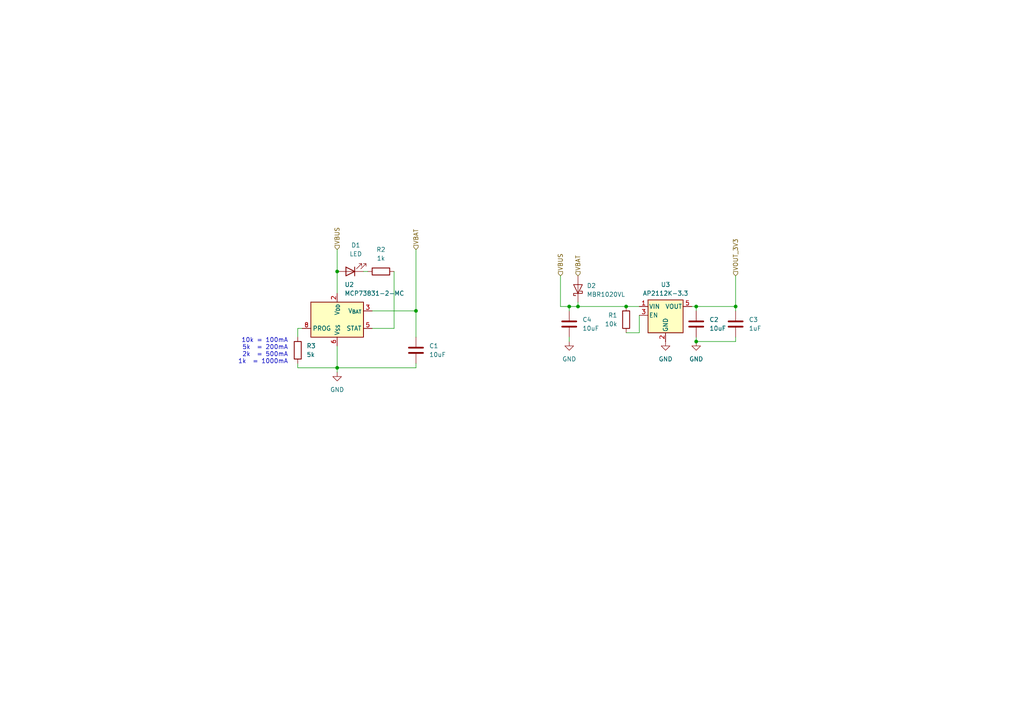
<source format=kicad_sch>
(kicad_sch (version 20250114) (generator "eeschema") (generator_version "9.0")
  (paper "A4")
  (lib_symbols
    (symbol "Battery_Management:MCP73831-2-MC"
      (property "Reference" "U" (at -7.62 6.35 0))
      (property "Value" "MCP73831-2-MC" (at 1.27 6.35 0))
      (symbol "MCP73831-2-MC_0_1"
        (rectangle (start -7.62 5.08) (end 7.62 -5.08) (stroke (width 0.254)) (fill (type background)))
      )
      (symbol "MCP73831-2-MC_1_1"
        (pin input line (at -10.16 -2.54 0) (length 2.54) (name "PROG") (number "8"))
        (pin no_connect line (at -7.62 2.54 0) (length 2.54) (hide yes) (name "NC") (number "7"))
        (pin passive line (at 0 7.62 270) (length 2.54) (hide yes) (name "V_{DD}") (number "1"))
        (pin power_in line (at 0 7.62 270) (length 2.54) (name "V_{DD}") (number "2"))
        (pin power_in line (at 0 -7.62 90) (length 2.54) (name "V_{SS}") (number "6"))
        (pin power_out line (at 10.16 2.54 180) (length 2.54) (name "V_{BAT}") (number "3"))
        (pin passive line (at 10.16 2.54 180) (length 2.54) (hide yes) (name "V_{BAT}") (number "4"))
        (pin tri_state line (at 10.16 -2.54 180) (length 2.54) (name "STAT") (number "5"))
      )
    )
    (symbol "Device:C" (pin_numbers (hide yes)) (pin_names (offset 0.254))
      (property "Reference" "C" (at 0.635 2.54 0))
      (property "Value" "C" (at 0.635 -2.54 0))
      (symbol "C_0_1"
        (polyline (pts (xy -2.032 0.762) (xy 2.032 0.762)) (stroke (width 0.508)))
        (polyline (pts (xy -2.032 -0.762) (xy 2.032 -0.762)) (stroke (width 0.508)))
      )
      (symbol "C_1_1"
        (pin passive line (at 0 3.81 270) (length 2.794) (name "~") (number "1"))
        (pin passive line (at 0 -3.81 90) (length 2.794) (name "~") (number "2"))
      )
    )
    (symbol "Device:LED" (pin_numbers (hide yes)) (pin_names (offset 1.016) (hide yes))
      (property "Reference" "D" (at 0 2.54 0))
      (property "Value" "LED" (at 0 -2.54 0))
      (symbol "LED_0_1"
        (polyline (pts (xy -3.048 -0.762) (xy -4.572 -2.286) (xy -3.81 -2.286) (xy -4.572 -2.286) (xy -4.572 -1.524)))
        (polyline (pts (xy -1.778 -0.762) (xy -3.302 -2.286) (xy -2.54 -2.286) (xy -3.302 -2.286) (xy -3.302 -1.524)))
        (polyline (pts (xy -1.27 0) (xy 1.27 0)))
        (polyline (pts (xy -1.27 -1.27) (xy -1.27 1.27)) (stroke (width 0.254)))
        (polyline (pts (xy 1.27 -1.27) (xy 1.27 1.27) (xy -1.27 0) (xy 1.27 -1.27)) (stroke (width 0.254)))
      )
      (symbol "LED_1_1"
        (pin passive line (at -3.81 0 0) (length 2.54) (name "K") (number "1"))
        (pin passive line (at 3.81 0 180) (length 2.54) (name "A") (number "2"))
      )
    )
    (symbol "Device:R" (pin_numbers (hide yes)) (pin_names (offset 0))
      (property "Reference" "R" (at 2.032 0 90))
      (property "Value" "R" (at 0 0 90))
      (symbol "R_0_1"
        (rectangle (start -1.016 -2.54) (end 1.016 2.54) (stroke (width 0.254)))
      )
      (symbol "R_1_1"
        (pin passive line (at 0 3.81 270) (length 1.27) (name "~") (number "1"))
        (pin passive line (at 0 -3.81 90) (length 1.27) (name "~") (number "2"))
      )
    )
    (symbol "Diode:MBR1020VL" (pin_numbers (hide yes)) (pin_names (hide yes))
      (property "Reference" "D" (at 0 2.54 0))
      (property "Value" "MBR1020VL" (at 0 -2.54 0))
      (symbol "MBR1020VL_0_1"
        (polyline (pts (xy -1.905 0.635) (xy -1.905 1.27) (xy -1.27 1.27) (xy -1.27 -1.27) (xy -0.635 -1.27) (xy -0.635 -0.635)) (stroke (width 0.2032)))
        (polyline (pts (xy 1.27 1.27) (xy 1.27 -1.27) (xy -1.27 0) (xy 1.27 1.27)) (stroke (width 0.2032)))
        (polyline (pts (xy 1.27 0) (xy -1.27 0)))
      )
      (symbol "MBR1020VL_1_1"
        (pin passive line (at -3.81 0 0) (length 2.54) (name "K") (number "1"))
        (pin passive line (at 3.81 0 180) (length 2.54) (name "A") (number "2"))
      )
    )
    (symbol "Regulator_Linear:AP2112K-3.3" (pin_names (offset 0.254))
      (property "Reference" "U" (at -5.08 5.715 0))
      (property "Value" "AP2112K-3.3" (at 0 5.715 0))
      (symbol "AP2112K-3.3_0_1"
        (rectangle (start -5.08 4.445) (end 5.08 -5.08) (stroke (width 0.254)) (fill (type background)))
      )
      (symbol "AP2112K-3.3_1_1"
        (pin power_in line (at -7.62 2.54 0) (length 2.54) (name "VIN") (number "1"))
        (pin input line (at -7.62 0 0) (length 2.54) (name "EN") (number "3"))
        (pin power_in line (at 0 -7.62 90) (length 2.54) (name "GND") (number "2"))
        (pin no_connect line (at 5.08 0 180) (length 2.54) (hide yes) (name "NC") (number "4"))
        (pin power_out line (at 7.62 2.54 180) (length 2.54) (name "VOUT") (number "5"))
      )
    )
    (symbol "power:GND" (power) (pin_numbers (hide yes)) (pin_names (offset 0) (hide yes))
      (property "Value" "GND" (at 0 -3.81 0))
      (symbol "GND_0_1"
        (polyline (pts (xy 0 0) (xy 0 -1.27) (xy 1.27 -1.27) (xy 0 -2.54) (xy -1.27 -1.27) (xy 0 -1.27)))
      )
      (symbol "GND_1_1"
        (pin power_in line (at 0 0 270) (length 0) (name "~") (number "1"))
      )
    )
  )
  (text "10k = 100mA\n5k  = 200mA\n2k  = 500mA\n1k  = 1000mA" (at 83.566 101.854 0) (effects (font (size 1.27 1.27)) (justify right)))
  (junction (at 201.93 88.9))
  (junction (at 97.79 78.74))
  (junction (at 181.61 88.9))
  (junction (at 165.1 88.9))
  (junction (at 97.79 106.68))
  (junction (at 167.64 88.9))
  (junction (at 120.65 90.17))
  (junction (at 201.93 99.06))
  (junction (at 213.36 88.9))
  (wire (pts (xy 185.42 96.52) (xy 181.61 96.52)))
  (wire (pts (xy 97.79 78.74) (xy 97.79 85.09)))
  (wire (pts (xy 97.79 106.68) (xy 86.36 106.68)))
  (wire (pts (xy 167.64 88.9) (xy 181.61 88.9)))
  (wire (pts (xy 185.42 91.44) (xy 185.42 96.52)))
  (wire (pts (xy 213.36 90.17) (xy 213.36 88.9)))
  (wire (pts (xy 201.93 88.9) (xy 213.36 88.9)))
  (wire (pts (xy 114.3 78.74) (xy 114.3 95.25)))
  (wire (pts (xy 107.95 90.17) (xy 120.65 90.17)))
  (wire (pts (xy 97.79 72.39) (xy 97.79 78.74)))
  (wire (pts (xy 120.65 97.79) (xy 120.65 90.17)))
  (wire (pts (xy 97.79 106.68) (xy 97.79 107.95)))
  (wire (pts (xy 181.61 88.9) (xy 185.42 88.9)))
  (wire (pts (xy 167.64 87.63) (xy 167.64 88.9)))
  (wire (pts (xy 201.93 99.06) (xy 213.36 99.06)))
  (wire (pts (xy 165.1 88.9) (xy 167.64 88.9)))
  (wire (pts (xy 106.68 78.74) (xy 105.41 78.74)))
  (wire (pts (xy 120.65 72.39) (xy 120.65 90.17)))
  (wire (pts (xy 97.79 100.33) (xy 97.79 106.68)))
  (wire (pts (xy 201.93 90.17) (xy 201.93 88.9)))
  (wire (pts (xy 165.1 90.17) (xy 165.1 88.9)))
  (wire (pts (xy 162.56 88.9) (xy 165.1 88.9)))
  (wire (pts (xy 201.93 97.79) (xy 201.93 99.06)))
  (wire (pts (xy 114.3 95.25) (xy 107.95 95.25)))
  (wire (pts (xy 86.36 95.25) (xy 87.63 95.25)))
  (wire (pts (xy 213.36 99.06) (xy 213.36 97.79)))
  (wire (pts (xy 165.1 99.06) (xy 165.1 97.79)))
  (wire (pts (xy 213.36 80.01) (xy 213.36 88.9)))
  (wire (pts (xy 86.36 106.68) (xy 86.36 105.41)))
  (wire (pts (xy 200.66 88.9) (xy 201.93 88.9)))
  (wire (pts (xy 120.65 106.68) (xy 120.65 105.41)))
  (wire (pts (xy 97.79 106.68) (xy 120.65 106.68)))
  (wire (pts (xy 86.36 97.79) (xy 86.36 95.25)))
  (wire (pts (xy 162.56 80.01) (xy 162.56 88.9)))
  (hierarchical_label "VBUS" (shape input) (at 162.56 80.01 90))
  (hierarchical_label "VBAT" (shape input) (at 167.64 80.01 90))
  (hierarchical_label "VBAT" (shape input) (at 120.65 72.39 90))
  (hierarchical_label "VBUS" (shape input) (at 97.79 72.39 90))
  (hierarchical_label "VOUT_3V3" (shape input) (at 213.36 80.01 90))
  (symbol (lib_id "Device:R") (at 181.61 92.71 0) (mirror y) (unit 1)
    (property "Reference" "R1" (at 179.07 91.4399 0) (effects (justify left)))
    (property "Value" "10k" (at 179.07 93.9799 0) (effects (justify left)))
    (property "Description" "Resistor" (effects (hide yes)))
  )
  (symbol (lib_id "Diode:MBR1020VL") (at 167.64 83.82 90) (unit 1)
    (property "Reference" "D2" (at 170.18 82.8674 90) (effects (justify right)))
    (property "Value" "MBR1020VL" (at 170.18 85.4074 90) (effects (justify right)))
    (property "Footprint" "Diode_SMD:D_SOD-123F" (effects (hide yes)))
    (property "Datasheet" "https://www.onsemi.com/pub/Collateral/MBR1020VL-D.PDF" (effects (hide yes)))
    (property "Description" "20V, 1A, 340 mV, Schottky Diode Rectifier, SOD-123F" (effects (hide yes)))
  )
  (symbol (lib_id "power:GND") (at 97.79 107.95 0) (unit 1)
    (property "Reference" "#PWR01" (effects (hide yes)))
    (property "Value" "GND" (at 97.79 113.03 0))
    (property "Description" "Power symbol creates a global label with name \"GND\" , ground" (effects (hide yes)))
  )
  (symbol (lib_id "Device:R") (at 110.49 78.74 270) (unit 1)
    (property "Reference" "R2" (at 110.49 72.39 90))
    (property "Value" "1k" (at 110.49 74.93 90))
    (property "Description" "Resistor" (effects (hide yes)))
  )
  (symbol (lib_id "power:GND") (at 165.1 99.06 0) (unit 1)
    (property "Reference" "#PWR03" (effects (hide yes)))
    (property "Value" "GND" (at 165.1 104.14 0))
    (property "Description" "Power symbol creates a global label with name \"GND\" , ground" (effects (hide yes)))
  )
  (symbol (lib_id "Device:LED") (at 101.6 78.74 180) (unit 1)
    (property "Reference" "D1" (at 103.1875 71.12 0))
    (property "Value" "LED" (at 103.1875 73.66 0))
    (property "Description" "Light emitting diode" (effects (hide yes)))
    (property "Sim.Pins" "1=K 2=A" (effects (hide yes)))
  )
  (symbol (lib_id "Device:C") (at 201.93 93.98 0) (unit 1)
    (property "Reference" "C2" (at 205.74 92.7099 0) (effects (justify left)))
    (property "Value" "10uF" (at 205.74 95.2499 0) (effects (justify left)))
    (property "Description" "Unpolarized capacitor" (effects (hide yes)))
  )
  (symbol (lib_id "Device:C") (at 120.65 101.6 0) (unit 1)
    (property "Reference" "C1" (at 124.46 100.3299 0) (effects (justify left)))
    (property "Value" "10uF" (at 124.46 102.8699 0) (effects (justify left)))
    (property "Description" "Unpolarized capacitor" (effects (hide yes)))
  )
  (symbol (lib_id "Device:R") (at 86.36 101.6 0) (unit 1)
    (property "Reference" "R3" (at 88.9 100.3299 0) (effects (justify left)))
    (property "Value" "5k" (at 88.9 102.8699 0) (effects (justify left)))
    (property "Description" "Resistor" (effects (hide yes)))
  )
  (symbol (lib_id "power:GND") (at 193.04 99.06 0) (unit 1)
    (property "Reference" "#PWR02" (effects (hide yes)))
    (property "Value" "GND" (at 193.04 104.14 0))
    (property "Description" "Power symbol creates a global label with name \"GND\" , ground" (effects (hide yes)))
  )
  (symbol (lib_id "Device:C") (at 213.36 93.98 0) (unit 1)
    (property "Reference" "C3" (at 217.17 92.7099 0) (effects (justify left)))
    (property "Value" "1uF" (at 217.17 95.2499 0) (effects (justify left)))
    (property "Description" "Unpolarized capacitor" (effects (hide yes)))
  )
  (symbol (lib_id "power:GND") (at 201.93 99.06 0) (unit 1)
    (property "Reference" "#PWR04" (effects (hide yes)))
    (property "Value" "GND" (at 201.93 104.14 0))
    (property "Description" "Power symbol creates a global label with name \"GND\" , ground" (effects (hide yes)))
  )
  (symbol (lib_id "Device:C") (at 165.1 93.98 0) (unit 1)
    (property "Reference" "C4" (at 168.91 92.7099 0) (effects (justify left)))
    (property "Value" "10uF" (at 168.91 95.2499 0) (effects (justify left)))
    (property "Description" "Unpolarized capacitor" (effects (hide yes)))
  )
  (symbol (lib_id "Regulator_Linear:AP2112K-3.3") (at 193.04 91.44 0) (unit 1)
    (property "Reference" "U3" (at 193.04 82.55 0))
    (property "Value" "AP2112K-3.3" (at 193.04 85.09 0))
    (property "Footprint" "Package_TO_SOT_SMD:SOT-23-5" (effects (hide yes)))
    (property "Datasheet" "https://www.diodes.com/assets/Datasheets/AP2112.pdf" (effects (hide yes)))
    (property "Description" "600mA low dropout linear regulator, with enable pin, 3.8V-6V input voltage range, 3.3V fixed positive output, SOT-23-5" (effects (hide yes)))
  )
  (symbol (lib_id "Battery_Management:MCP73831-2-MC") (at 97.79 92.71 0) (unit 1)
    (property "Reference" "U2" (at 99.9333 82.55 0) (effects (justify left)))
    (property "Value" "MCP73831-2-MC" (at 99.9333 85.09 0) (effects (justify left)))
    (property "Footprint" "Package_DFN_QFN:DFN-8-1EP_3x2mm_P0.5mm_EP1.7x1.4mm" (effects (hide yes)))
    (property "Datasheet" "http://ww1.microchip.com/downloads/en/DeviceDoc/20001984g.pdf" (effects (hide yes)))
    (property "Description" "Single cell, Li-Ion/Li-Po charge management controller, 4.20V, Tri-State Status Output, in DFN-8 package" (effects (hide yes)))
  )
)
</source>
